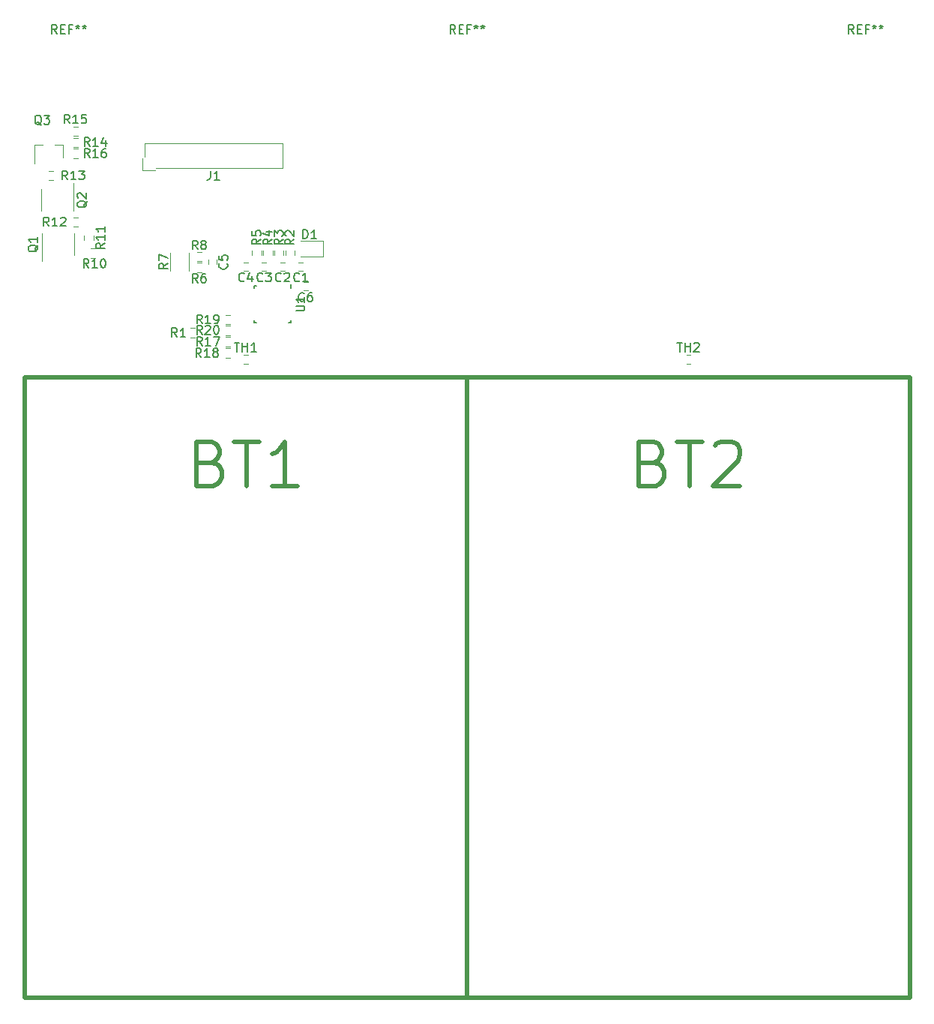
<source format=gto>
G04 #@! TF.GenerationSoftware,KiCad,Pcbnew,5.0-dev-unknown-bc6763e~61~ubuntu16.04.1*
G04 #@! TF.CreationDate,2018-04-03T01:47:12-04:00*
G04 #@! TF.ProjectId,SB-4S5A,53422D345335412E6B696361645F7063,rev?*
G04 #@! TF.SameCoordinates,Original*
G04 #@! TF.FileFunction,Legend,Top*
G04 #@! TF.FilePolarity,Positive*
%FSLAX46Y46*%
G04 Gerber Fmt 4.6, Leading zero omitted, Abs format (unit mm)*
G04 Created by KiCad (PCBNEW 5.0-dev-unknown-bc6763e~61~ubuntu16.04.1) date Tue Apr  3 01:47:12 2018*
%MOMM*%
%LPD*%
G01*
G04 APERTURE LIST*
%ADD10C,0.120000*%
%ADD11C,0.150000*%
%ADD12C,0.500000*%
G04 APERTURE END LIST*
D10*
X89250000Y-94470000D02*
X88750000Y-94470000D01*
X88750000Y-95530000D02*
X89250000Y-95530000D01*
D11*
X120000000Y-100000000D02*
X120000000Y-100000000D01*
D12*
X170000000Y-100000000D02*
X120000000Y-100000000D01*
X170000000Y-170000000D02*
X170000000Y-100000000D01*
X120000000Y-170000000D02*
X170000000Y-170000000D01*
X120000000Y-100000000D02*
X120000000Y-170000000D01*
D11*
X70000000Y-100000000D02*
X70000000Y-100000000D01*
D12*
X120000000Y-100000000D02*
X70000000Y-100000000D01*
X120000000Y-170000000D02*
X120000000Y-100000000D01*
X70000000Y-170000000D02*
X120000000Y-170000000D01*
X70000000Y-100000000D02*
X70000000Y-170000000D01*
D10*
X100975000Y-87970000D02*
X101475000Y-87970000D01*
X101475000Y-87030000D02*
X100975000Y-87030000D01*
X99400000Y-87030000D02*
X98900000Y-87030000D01*
X98900000Y-87970000D02*
X99400000Y-87970000D01*
X97325000Y-87030000D02*
X96825000Y-87030000D01*
X96825000Y-87970000D02*
X97325000Y-87970000D01*
X94750000Y-87970000D02*
X95250000Y-87970000D01*
X95250000Y-87030000D02*
X94750000Y-87030000D01*
X90755000Y-86750000D02*
X90755000Y-87250000D01*
X91695000Y-87250000D02*
X91695000Y-86750000D01*
X102000000Y-89280000D02*
X101500000Y-89280000D01*
X101500000Y-90220000D02*
X102000000Y-90220000D01*
X103750000Y-86350000D02*
X101200000Y-86350000D01*
X103750000Y-84650000D02*
X101200000Y-84650000D01*
X103750000Y-86350000D02*
X103750000Y-84650000D01*
X71980000Y-86900000D02*
X71980000Y-83770000D01*
X75580000Y-86230000D02*
X75580000Y-83770000D01*
X71920000Y-78790000D02*
X71920000Y-81250000D01*
X75520000Y-78120000D02*
X75520000Y-81250000D01*
X74330000Y-73740000D02*
X74330000Y-75200000D01*
X71170000Y-73740000D02*
X71170000Y-75900000D01*
X71170000Y-73740000D02*
X72100000Y-73740000D01*
X74330000Y-73740000D02*
X73400000Y-73740000D01*
X100530000Y-86250000D02*
X100530000Y-85750000D01*
X99470000Y-85750000D02*
X99470000Y-86250000D01*
X98220000Y-85750000D02*
X98220000Y-86250000D01*
X99280000Y-86250000D02*
X99280000Y-85750000D01*
X98030000Y-86250000D02*
X98030000Y-85750000D01*
X96970000Y-85750000D02*
X96970000Y-86250000D01*
X95720000Y-85750000D02*
X95720000Y-86250000D01*
X96780000Y-86250000D02*
X96780000Y-85750000D01*
X89975000Y-87095000D02*
X89475000Y-87095000D01*
X89475000Y-88155000D02*
X89975000Y-88155000D01*
X88570000Y-86000000D02*
X88570000Y-88000000D01*
X86430000Y-88000000D02*
X86430000Y-86000000D01*
X89475000Y-86905000D02*
X89975000Y-86905000D01*
X89975000Y-85845000D02*
X89475000Y-85845000D01*
X77500000Y-86530000D02*
X78000000Y-86530000D01*
X78000000Y-85470000D02*
X77500000Y-85470000D01*
X77780000Y-84500000D02*
X77780000Y-84000000D01*
X76720000Y-84000000D02*
X76720000Y-84500000D01*
X76000000Y-81970000D02*
X75500000Y-81970000D01*
X75500000Y-83030000D02*
X76000000Y-83030000D01*
X73250000Y-76720000D02*
X72750000Y-76720000D01*
X72750000Y-77780000D02*
X73250000Y-77780000D01*
X75500000Y-74030000D02*
X76000000Y-74030000D01*
X76000000Y-72970000D02*
X75500000Y-72970000D01*
X75500000Y-72780000D02*
X76000000Y-72780000D01*
X76000000Y-71720000D02*
X75500000Y-71720000D01*
X75500000Y-75280000D02*
X76000000Y-75280000D01*
X76000000Y-74220000D02*
X75500000Y-74220000D01*
X93250000Y-95470000D02*
X92750000Y-95470000D01*
X92750000Y-96530000D02*
X93250000Y-96530000D01*
X92750000Y-97780000D02*
X93250000Y-97780000D01*
X93250000Y-96720000D02*
X92750000Y-96720000D01*
X95250000Y-97470000D02*
X94750000Y-97470000D01*
X94750000Y-98530000D02*
X95250000Y-98530000D01*
X144750000Y-98530000D02*
X145250000Y-98530000D01*
X145250000Y-97470000D02*
X144750000Y-97470000D01*
D11*
X100050000Y-93550000D02*
X100050000Y-93800000D01*
X100050000Y-93800000D02*
X99800000Y-93800000D01*
X95950000Y-93550000D02*
X95950000Y-93800000D01*
X95950000Y-93800000D02*
X96200000Y-93800000D01*
X95950000Y-89950000D02*
X95950000Y-89700000D01*
X95950000Y-89700000D02*
X96200000Y-89700000D01*
X100050000Y-89950000D02*
X100050000Y-89550000D01*
D10*
X93250000Y-92970000D02*
X92750000Y-92970000D01*
X92750000Y-94030000D02*
X93250000Y-94030000D01*
X92750000Y-95280000D02*
X93250000Y-95280000D01*
X93250000Y-94220000D02*
X92750000Y-94220000D01*
X83330000Y-76670000D02*
X84730000Y-76670000D01*
X83330000Y-75270000D02*
X83330000Y-76670000D01*
X99120000Y-76420000D02*
X84830000Y-76420000D01*
X99120000Y-73580000D02*
X99120000Y-76420000D01*
X83580000Y-73580000D02*
X99120000Y-73580000D01*
X83580000Y-75170000D02*
X83580000Y-73580000D01*
D11*
X73666666Y-61252380D02*
X73333333Y-60776190D01*
X73095238Y-61252380D02*
X73095238Y-60252380D01*
X73476190Y-60252380D01*
X73571428Y-60300000D01*
X73619047Y-60347619D01*
X73666666Y-60442857D01*
X73666666Y-60585714D01*
X73619047Y-60680952D01*
X73571428Y-60728571D01*
X73476190Y-60776190D01*
X73095238Y-60776190D01*
X74095238Y-60728571D02*
X74428571Y-60728571D01*
X74571428Y-61252380D02*
X74095238Y-61252380D01*
X74095238Y-60252380D01*
X74571428Y-60252380D01*
X75333333Y-60728571D02*
X75000000Y-60728571D01*
X75000000Y-61252380D02*
X75000000Y-60252380D01*
X75476190Y-60252380D01*
X76000000Y-60252380D02*
X76000000Y-60490476D01*
X75761904Y-60395238D02*
X76000000Y-60490476D01*
X76238095Y-60395238D01*
X75857142Y-60680952D02*
X76000000Y-60490476D01*
X76142857Y-60680952D01*
X76761904Y-60252380D02*
X76761904Y-60490476D01*
X76523809Y-60395238D02*
X76761904Y-60490476D01*
X77000000Y-60395238D01*
X76619047Y-60680952D02*
X76761904Y-60490476D01*
X76904761Y-60680952D01*
X118666666Y-61252380D02*
X118333333Y-60776190D01*
X118095238Y-61252380D02*
X118095238Y-60252380D01*
X118476190Y-60252380D01*
X118571428Y-60300000D01*
X118619047Y-60347619D01*
X118666666Y-60442857D01*
X118666666Y-60585714D01*
X118619047Y-60680952D01*
X118571428Y-60728571D01*
X118476190Y-60776190D01*
X118095238Y-60776190D01*
X119095238Y-60728571D02*
X119428571Y-60728571D01*
X119571428Y-61252380D02*
X119095238Y-61252380D01*
X119095238Y-60252380D01*
X119571428Y-60252380D01*
X120333333Y-60728571D02*
X120000000Y-60728571D01*
X120000000Y-61252380D02*
X120000000Y-60252380D01*
X120476190Y-60252380D01*
X121000000Y-60252380D02*
X121000000Y-60490476D01*
X120761904Y-60395238D02*
X121000000Y-60490476D01*
X121238095Y-60395238D01*
X120857142Y-60680952D02*
X121000000Y-60490476D01*
X121142857Y-60680952D01*
X121761904Y-60252380D02*
X121761904Y-60490476D01*
X121523809Y-60395238D02*
X121761904Y-60490476D01*
X122000000Y-60395238D01*
X121619047Y-60680952D02*
X121761904Y-60490476D01*
X121904761Y-60680952D01*
X163666666Y-61252380D02*
X163333333Y-60776190D01*
X163095238Y-61252380D02*
X163095238Y-60252380D01*
X163476190Y-60252380D01*
X163571428Y-60300000D01*
X163619047Y-60347619D01*
X163666666Y-60442857D01*
X163666666Y-60585714D01*
X163619047Y-60680952D01*
X163571428Y-60728571D01*
X163476190Y-60776190D01*
X163095238Y-60776190D01*
X164095238Y-60728571D02*
X164428571Y-60728571D01*
X164571428Y-61252380D02*
X164095238Y-61252380D01*
X164095238Y-60252380D01*
X164571428Y-60252380D01*
X165333333Y-60728571D02*
X165000000Y-60728571D01*
X165000000Y-61252380D02*
X165000000Y-60252380D01*
X165476190Y-60252380D01*
X166000000Y-60252380D02*
X166000000Y-60490476D01*
X165761904Y-60395238D02*
X166000000Y-60490476D01*
X166238095Y-60395238D01*
X165857142Y-60680952D02*
X166000000Y-60490476D01*
X166142857Y-60680952D01*
X166761904Y-60252380D02*
X166761904Y-60490476D01*
X166523809Y-60395238D02*
X166761904Y-60490476D01*
X167000000Y-60395238D01*
X166619047Y-60680952D02*
X166761904Y-60490476D01*
X166904761Y-60680952D01*
X87233333Y-95452380D02*
X86900000Y-94976190D01*
X86661904Y-95452380D02*
X86661904Y-94452380D01*
X87042857Y-94452380D01*
X87138095Y-94500000D01*
X87185714Y-94547619D01*
X87233333Y-94642857D01*
X87233333Y-94785714D01*
X87185714Y-94880952D01*
X87138095Y-94928571D01*
X87042857Y-94976190D01*
X86661904Y-94976190D01*
X88185714Y-95452380D02*
X87614285Y-95452380D01*
X87900000Y-95452380D02*
X87900000Y-94452380D01*
X87804761Y-94595238D01*
X87709523Y-94690476D01*
X87614285Y-94738095D01*
D12*
X141071428Y-109642857D02*
X141785714Y-109880952D01*
X142023809Y-110119047D01*
X142261904Y-110595238D01*
X142261904Y-111309523D01*
X142023809Y-111785714D01*
X141785714Y-112023809D01*
X141309523Y-112261904D01*
X139404761Y-112261904D01*
X139404761Y-107261904D01*
X141071428Y-107261904D01*
X141547619Y-107500000D01*
X141785714Y-107738095D01*
X142023809Y-108214285D01*
X142023809Y-108690476D01*
X141785714Y-109166666D01*
X141547619Y-109404761D01*
X141071428Y-109642857D01*
X139404761Y-109642857D01*
X143690476Y-107261904D02*
X146547619Y-107261904D01*
X145119047Y-112261904D02*
X145119047Y-107261904D01*
X147976190Y-107738095D02*
X148214285Y-107500000D01*
X148690476Y-107261904D01*
X149880952Y-107261904D01*
X150357142Y-107500000D01*
X150595238Y-107738095D01*
X150833333Y-108214285D01*
X150833333Y-108690476D01*
X150595238Y-109404761D01*
X147738095Y-112261904D01*
X150833333Y-112261904D01*
X91071428Y-109642857D02*
X91785714Y-109880952D01*
X92023809Y-110119047D01*
X92261904Y-110595238D01*
X92261904Y-111309523D01*
X92023809Y-111785714D01*
X91785714Y-112023809D01*
X91309523Y-112261904D01*
X89404761Y-112261904D01*
X89404761Y-107261904D01*
X91071428Y-107261904D01*
X91547619Y-107500000D01*
X91785714Y-107738095D01*
X92023809Y-108214285D01*
X92023809Y-108690476D01*
X91785714Y-109166666D01*
X91547619Y-109404761D01*
X91071428Y-109642857D01*
X89404761Y-109642857D01*
X93690476Y-107261904D02*
X96547619Y-107261904D01*
X95119047Y-112261904D02*
X95119047Y-107261904D01*
X100833333Y-112261904D02*
X97976190Y-112261904D01*
X99404761Y-112261904D02*
X99404761Y-107261904D01*
X98928571Y-107976190D01*
X98452380Y-108452380D01*
X97976190Y-108690476D01*
D11*
X101058333Y-89127142D02*
X101010714Y-89174761D01*
X100867857Y-89222380D01*
X100772619Y-89222380D01*
X100629761Y-89174761D01*
X100534523Y-89079523D01*
X100486904Y-88984285D01*
X100439285Y-88793809D01*
X100439285Y-88650952D01*
X100486904Y-88460476D01*
X100534523Y-88365238D01*
X100629761Y-88270000D01*
X100772619Y-88222380D01*
X100867857Y-88222380D01*
X101010714Y-88270000D01*
X101058333Y-88317619D01*
X102010714Y-89222380D02*
X101439285Y-89222380D01*
X101725000Y-89222380D02*
X101725000Y-88222380D01*
X101629761Y-88365238D01*
X101534523Y-88460476D01*
X101439285Y-88508095D01*
X98983333Y-89127142D02*
X98935714Y-89174761D01*
X98792857Y-89222380D01*
X98697619Y-89222380D01*
X98554761Y-89174761D01*
X98459523Y-89079523D01*
X98411904Y-88984285D01*
X98364285Y-88793809D01*
X98364285Y-88650952D01*
X98411904Y-88460476D01*
X98459523Y-88365238D01*
X98554761Y-88270000D01*
X98697619Y-88222380D01*
X98792857Y-88222380D01*
X98935714Y-88270000D01*
X98983333Y-88317619D01*
X99364285Y-88317619D02*
X99411904Y-88270000D01*
X99507142Y-88222380D01*
X99745238Y-88222380D01*
X99840476Y-88270000D01*
X99888095Y-88317619D01*
X99935714Y-88412857D01*
X99935714Y-88508095D01*
X99888095Y-88650952D01*
X99316666Y-89222380D01*
X99935714Y-89222380D01*
X96908333Y-89127142D02*
X96860714Y-89174761D01*
X96717857Y-89222380D01*
X96622619Y-89222380D01*
X96479761Y-89174761D01*
X96384523Y-89079523D01*
X96336904Y-88984285D01*
X96289285Y-88793809D01*
X96289285Y-88650952D01*
X96336904Y-88460476D01*
X96384523Y-88365238D01*
X96479761Y-88270000D01*
X96622619Y-88222380D01*
X96717857Y-88222380D01*
X96860714Y-88270000D01*
X96908333Y-88317619D01*
X97241666Y-88222380D02*
X97860714Y-88222380D01*
X97527380Y-88603333D01*
X97670238Y-88603333D01*
X97765476Y-88650952D01*
X97813095Y-88698571D01*
X97860714Y-88793809D01*
X97860714Y-89031904D01*
X97813095Y-89127142D01*
X97765476Y-89174761D01*
X97670238Y-89222380D01*
X97384523Y-89222380D01*
X97289285Y-89174761D01*
X97241666Y-89127142D01*
X94833333Y-89127142D02*
X94785714Y-89174761D01*
X94642857Y-89222380D01*
X94547619Y-89222380D01*
X94404761Y-89174761D01*
X94309523Y-89079523D01*
X94261904Y-88984285D01*
X94214285Y-88793809D01*
X94214285Y-88650952D01*
X94261904Y-88460476D01*
X94309523Y-88365238D01*
X94404761Y-88270000D01*
X94547619Y-88222380D01*
X94642857Y-88222380D01*
X94785714Y-88270000D01*
X94833333Y-88317619D01*
X95690476Y-88555714D02*
X95690476Y-89222380D01*
X95452380Y-88174761D02*
X95214285Y-88889047D01*
X95833333Y-88889047D01*
X92852142Y-87166666D02*
X92899761Y-87214285D01*
X92947380Y-87357142D01*
X92947380Y-87452380D01*
X92899761Y-87595238D01*
X92804523Y-87690476D01*
X92709285Y-87738095D01*
X92518809Y-87785714D01*
X92375952Y-87785714D01*
X92185476Y-87738095D01*
X92090238Y-87690476D01*
X91995000Y-87595238D01*
X91947380Y-87452380D01*
X91947380Y-87357142D01*
X91995000Y-87214285D01*
X92042619Y-87166666D01*
X91947380Y-86261904D02*
X91947380Y-86738095D01*
X92423571Y-86785714D01*
X92375952Y-86738095D01*
X92328333Y-86642857D01*
X92328333Y-86404761D01*
X92375952Y-86309523D01*
X92423571Y-86261904D01*
X92518809Y-86214285D01*
X92756904Y-86214285D01*
X92852142Y-86261904D01*
X92899761Y-86309523D01*
X92947380Y-86404761D01*
X92947380Y-86642857D01*
X92899761Y-86738095D01*
X92852142Y-86785714D01*
X101583333Y-91357142D02*
X101535714Y-91404761D01*
X101392857Y-91452380D01*
X101297619Y-91452380D01*
X101154761Y-91404761D01*
X101059523Y-91309523D01*
X101011904Y-91214285D01*
X100964285Y-91023809D01*
X100964285Y-90880952D01*
X101011904Y-90690476D01*
X101059523Y-90595238D01*
X101154761Y-90500000D01*
X101297619Y-90452380D01*
X101392857Y-90452380D01*
X101535714Y-90500000D01*
X101583333Y-90547619D01*
X102440476Y-90452380D02*
X102250000Y-90452380D01*
X102154761Y-90500000D01*
X102107142Y-90547619D01*
X102011904Y-90690476D01*
X101964285Y-90880952D01*
X101964285Y-91261904D01*
X102011904Y-91357142D01*
X102059523Y-91404761D01*
X102154761Y-91452380D01*
X102345238Y-91452380D01*
X102440476Y-91404761D01*
X102488095Y-91357142D01*
X102535714Y-91261904D01*
X102535714Y-91023809D01*
X102488095Y-90928571D01*
X102440476Y-90880952D01*
X102345238Y-90833333D01*
X102154761Y-90833333D01*
X102059523Y-90880952D01*
X102011904Y-90928571D01*
X101964285Y-91023809D01*
X101461904Y-84352380D02*
X101461904Y-83352380D01*
X101700000Y-83352380D01*
X101842857Y-83400000D01*
X101938095Y-83495238D01*
X101985714Y-83590476D01*
X102033333Y-83780952D01*
X102033333Y-83923809D01*
X101985714Y-84114285D01*
X101938095Y-84209523D01*
X101842857Y-84304761D01*
X101700000Y-84352380D01*
X101461904Y-84352380D01*
X102985714Y-84352380D02*
X102414285Y-84352380D01*
X102700000Y-84352380D02*
X102700000Y-83352380D01*
X102604761Y-83495238D01*
X102509523Y-83590476D01*
X102414285Y-83638095D01*
X71527619Y-85095238D02*
X71480000Y-85190476D01*
X71384761Y-85285714D01*
X71241904Y-85428571D01*
X71194285Y-85523809D01*
X71194285Y-85619047D01*
X71432380Y-85571428D02*
X71384761Y-85666666D01*
X71289523Y-85761904D01*
X71099047Y-85809523D01*
X70765714Y-85809523D01*
X70575238Y-85761904D01*
X70480000Y-85666666D01*
X70432380Y-85571428D01*
X70432380Y-85380952D01*
X70480000Y-85285714D01*
X70575238Y-85190476D01*
X70765714Y-85142857D01*
X71099047Y-85142857D01*
X71289523Y-85190476D01*
X71384761Y-85285714D01*
X71432380Y-85380952D01*
X71432380Y-85571428D01*
X71432380Y-84190476D02*
X71432380Y-84761904D01*
X71432380Y-84476190D02*
X70432380Y-84476190D01*
X70575238Y-84571428D01*
X70670476Y-84666666D01*
X70718095Y-84761904D01*
X77067619Y-80115238D02*
X77020000Y-80210476D01*
X76924761Y-80305714D01*
X76781904Y-80448571D01*
X76734285Y-80543809D01*
X76734285Y-80639047D01*
X76972380Y-80591428D02*
X76924761Y-80686666D01*
X76829523Y-80781904D01*
X76639047Y-80829523D01*
X76305714Y-80829523D01*
X76115238Y-80781904D01*
X76020000Y-80686666D01*
X75972380Y-80591428D01*
X75972380Y-80400952D01*
X76020000Y-80305714D01*
X76115238Y-80210476D01*
X76305714Y-80162857D01*
X76639047Y-80162857D01*
X76829523Y-80210476D01*
X76924761Y-80305714D01*
X76972380Y-80400952D01*
X76972380Y-80591428D01*
X76067619Y-79781904D02*
X76020000Y-79734285D01*
X75972380Y-79639047D01*
X75972380Y-79400952D01*
X76020000Y-79305714D01*
X76067619Y-79258095D01*
X76162857Y-79210476D01*
X76258095Y-79210476D01*
X76400952Y-79258095D01*
X76972380Y-79829523D01*
X76972380Y-79210476D01*
X71904761Y-71547619D02*
X71809523Y-71500000D01*
X71714285Y-71404761D01*
X71571428Y-71261904D01*
X71476190Y-71214285D01*
X71380952Y-71214285D01*
X71428571Y-71452380D02*
X71333333Y-71404761D01*
X71238095Y-71309523D01*
X71190476Y-71119047D01*
X71190476Y-70785714D01*
X71238095Y-70595238D01*
X71333333Y-70500000D01*
X71428571Y-70452380D01*
X71619047Y-70452380D01*
X71714285Y-70500000D01*
X71809523Y-70595238D01*
X71857142Y-70785714D01*
X71857142Y-71119047D01*
X71809523Y-71309523D01*
X71714285Y-71404761D01*
X71619047Y-71452380D01*
X71428571Y-71452380D01*
X72190476Y-70452380D02*
X72809523Y-70452380D01*
X72476190Y-70833333D01*
X72619047Y-70833333D01*
X72714285Y-70880952D01*
X72761904Y-70928571D01*
X72809523Y-71023809D01*
X72809523Y-71261904D01*
X72761904Y-71357142D01*
X72714285Y-71404761D01*
X72619047Y-71452380D01*
X72333333Y-71452380D01*
X72238095Y-71404761D01*
X72190476Y-71357142D01*
X100452380Y-84416666D02*
X99976190Y-84750000D01*
X100452380Y-84988095D02*
X99452380Y-84988095D01*
X99452380Y-84607142D01*
X99500000Y-84511904D01*
X99547619Y-84464285D01*
X99642857Y-84416666D01*
X99785714Y-84416666D01*
X99880952Y-84464285D01*
X99928571Y-84511904D01*
X99976190Y-84607142D01*
X99976190Y-84988095D01*
X99547619Y-84035714D02*
X99500000Y-83988095D01*
X99452380Y-83892857D01*
X99452380Y-83654761D01*
X99500000Y-83559523D01*
X99547619Y-83511904D01*
X99642857Y-83464285D01*
X99738095Y-83464285D01*
X99880952Y-83511904D01*
X100452380Y-84083333D01*
X100452380Y-83464285D01*
X99202380Y-84416666D02*
X98726190Y-84750000D01*
X99202380Y-84988095D02*
X98202380Y-84988095D01*
X98202380Y-84607142D01*
X98250000Y-84511904D01*
X98297619Y-84464285D01*
X98392857Y-84416666D01*
X98535714Y-84416666D01*
X98630952Y-84464285D01*
X98678571Y-84511904D01*
X98726190Y-84607142D01*
X98726190Y-84988095D01*
X98202380Y-84083333D02*
X98202380Y-83464285D01*
X98583333Y-83797619D01*
X98583333Y-83654761D01*
X98630952Y-83559523D01*
X98678571Y-83511904D01*
X98773809Y-83464285D01*
X99011904Y-83464285D01*
X99107142Y-83511904D01*
X99154761Y-83559523D01*
X99202380Y-83654761D01*
X99202380Y-83940476D01*
X99154761Y-84035714D01*
X99107142Y-84083333D01*
X97952380Y-84416666D02*
X97476190Y-84750000D01*
X97952380Y-84988095D02*
X96952380Y-84988095D01*
X96952380Y-84607142D01*
X97000000Y-84511904D01*
X97047619Y-84464285D01*
X97142857Y-84416666D01*
X97285714Y-84416666D01*
X97380952Y-84464285D01*
X97428571Y-84511904D01*
X97476190Y-84607142D01*
X97476190Y-84988095D01*
X97285714Y-83559523D02*
X97952380Y-83559523D01*
X96904761Y-83797619D02*
X97619047Y-84035714D01*
X97619047Y-83416666D01*
X96702380Y-84416666D02*
X96226190Y-84750000D01*
X96702380Y-84988095D02*
X95702380Y-84988095D01*
X95702380Y-84607142D01*
X95750000Y-84511904D01*
X95797619Y-84464285D01*
X95892857Y-84416666D01*
X96035714Y-84416666D01*
X96130952Y-84464285D01*
X96178571Y-84511904D01*
X96226190Y-84607142D01*
X96226190Y-84988095D01*
X95702380Y-83511904D02*
X95702380Y-83988095D01*
X96178571Y-84035714D01*
X96130952Y-83988095D01*
X96083333Y-83892857D01*
X96083333Y-83654761D01*
X96130952Y-83559523D01*
X96178571Y-83511904D01*
X96273809Y-83464285D01*
X96511904Y-83464285D01*
X96607142Y-83511904D01*
X96654761Y-83559523D01*
X96702380Y-83654761D01*
X96702380Y-83892857D01*
X96654761Y-83988095D01*
X96607142Y-84035714D01*
X89558333Y-89327380D02*
X89225000Y-88851190D01*
X88986904Y-89327380D02*
X88986904Y-88327380D01*
X89367857Y-88327380D01*
X89463095Y-88375000D01*
X89510714Y-88422619D01*
X89558333Y-88517857D01*
X89558333Y-88660714D01*
X89510714Y-88755952D01*
X89463095Y-88803571D01*
X89367857Y-88851190D01*
X88986904Y-88851190D01*
X90415476Y-88327380D02*
X90225000Y-88327380D01*
X90129761Y-88375000D01*
X90082142Y-88422619D01*
X89986904Y-88565476D01*
X89939285Y-88755952D01*
X89939285Y-89136904D01*
X89986904Y-89232142D01*
X90034523Y-89279761D01*
X90129761Y-89327380D01*
X90320238Y-89327380D01*
X90415476Y-89279761D01*
X90463095Y-89232142D01*
X90510714Y-89136904D01*
X90510714Y-88898809D01*
X90463095Y-88803571D01*
X90415476Y-88755952D01*
X90320238Y-88708333D01*
X90129761Y-88708333D01*
X90034523Y-88755952D01*
X89986904Y-88803571D01*
X89939285Y-88898809D01*
X86202380Y-87166666D02*
X85726190Y-87500000D01*
X86202380Y-87738095D02*
X85202380Y-87738095D01*
X85202380Y-87357142D01*
X85250000Y-87261904D01*
X85297619Y-87214285D01*
X85392857Y-87166666D01*
X85535714Y-87166666D01*
X85630952Y-87214285D01*
X85678571Y-87261904D01*
X85726190Y-87357142D01*
X85726190Y-87738095D01*
X85202380Y-86833333D02*
X85202380Y-86166666D01*
X86202380Y-86595238D01*
X89558333Y-85577380D02*
X89225000Y-85101190D01*
X88986904Y-85577380D02*
X88986904Y-84577380D01*
X89367857Y-84577380D01*
X89463095Y-84625000D01*
X89510714Y-84672619D01*
X89558333Y-84767857D01*
X89558333Y-84910714D01*
X89510714Y-85005952D01*
X89463095Y-85053571D01*
X89367857Y-85101190D01*
X88986904Y-85101190D01*
X90129761Y-85005952D02*
X90034523Y-84958333D01*
X89986904Y-84910714D01*
X89939285Y-84815476D01*
X89939285Y-84767857D01*
X89986904Y-84672619D01*
X90034523Y-84625000D01*
X90129761Y-84577380D01*
X90320238Y-84577380D01*
X90415476Y-84625000D01*
X90463095Y-84672619D01*
X90510714Y-84767857D01*
X90510714Y-84815476D01*
X90463095Y-84910714D01*
X90415476Y-84958333D01*
X90320238Y-85005952D01*
X90129761Y-85005952D01*
X90034523Y-85053571D01*
X89986904Y-85101190D01*
X89939285Y-85196428D01*
X89939285Y-85386904D01*
X89986904Y-85482142D01*
X90034523Y-85529761D01*
X90129761Y-85577380D01*
X90320238Y-85577380D01*
X90415476Y-85529761D01*
X90463095Y-85482142D01*
X90510714Y-85386904D01*
X90510714Y-85196428D01*
X90463095Y-85101190D01*
X90415476Y-85053571D01*
X90320238Y-85005952D01*
X77257142Y-87652380D02*
X76923809Y-87176190D01*
X76685714Y-87652380D02*
X76685714Y-86652380D01*
X77066666Y-86652380D01*
X77161904Y-86700000D01*
X77209523Y-86747619D01*
X77257142Y-86842857D01*
X77257142Y-86985714D01*
X77209523Y-87080952D01*
X77161904Y-87128571D01*
X77066666Y-87176190D01*
X76685714Y-87176190D01*
X78209523Y-87652380D02*
X77638095Y-87652380D01*
X77923809Y-87652380D02*
X77923809Y-86652380D01*
X77828571Y-86795238D01*
X77733333Y-86890476D01*
X77638095Y-86938095D01*
X78828571Y-86652380D02*
X78923809Y-86652380D01*
X79019047Y-86700000D01*
X79066666Y-86747619D01*
X79114285Y-86842857D01*
X79161904Y-87033333D01*
X79161904Y-87271428D01*
X79114285Y-87461904D01*
X79066666Y-87557142D01*
X79019047Y-87604761D01*
X78923809Y-87652380D01*
X78828571Y-87652380D01*
X78733333Y-87604761D01*
X78685714Y-87557142D01*
X78638095Y-87461904D01*
X78590476Y-87271428D01*
X78590476Y-87033333D01*
X78638095Y-86842857D01*
X78685714Y-86747619D01*
X78733333Y-86700000D01*
X78828571Y-86652380D01*
X79052380Y-84892857D02*
X78576190Y-85226190D01*
X79052380Y-85464285D02*
X78052380Y-85464285D01*
X78052380Y-85083333D01*
X78100000Y-84988095D01*
X78147619Y-84940476D01*
X78242857Y-84892857D01*
X78385714Y-84892857D01*
X78480952Y-84940476D01*
X78528571Y-84988095D01*
X78576190Y-85083333D01*
X78576190Y-85464285D01*
X79052380Y-83940476D02*
X79052380Y-84511904D01*
X79052380Y-84226190D02*
X78052380Y-84226190D01*
X78195238Y-84321428D01*
X78290476Y-84416666D01*
X78338095Y-84511904D01*
X79052380Y-82988095D02*
X79052380Y-83559523D01*
X79052380Y-83273809D02*
X78052380Y-83273809D01*
X78195238Y-83369047D01*
X78290476Y-83464285D01*
X78338095Y-83559523D01*
X72757142Y-82952380D02*
X72423809Y-82476190D01*
X72185714Y-82952380D02*
X72185714Y-81952380D01*
X72566666Y-81952380D01*
X72661904Y-82000000D01*
X72709523Y-82047619D01*
X72757142Y-82142857D01*
X72757142Y-82285714D01*
X72709523Y-82380952D01*
X72661904Y-82428571D01*
X72566666Y-82476190D01*
X72185714Y-82476190D01*
X73709523Y-82952380D02*
X73138095Y-82952380D01*
X73423809Y-82952380D02*
X73423809Y-81952380D01*
X73328571Y-82095238D01*
X73233333Y-82190476D01*
X73138095Y-82238095D01*
X74090476Y-82047619D02*
X74138095Y-82000000D01*
X74233333Y-81952380D01*
X74471428Y-81952380D01*
X74566666Y-82000000D01*
X74614285Y-82047619D01*
X74661904Y-82142857D01*
X74661904Y-82238095D01*
X74614285Y-82380952D01*
X74042857Y-82952380D01*
X74661904Y-82952380D01*
X74857142Y-77702380D02*
X74523809Y-77226190D01*
X74285714Y-77702380D02*
X74285714Y-76702380D01*
X74666666Y-76702380D01*
X74761904Y-76750000D01*
X74809523Y-76797619D01*
X74857142Y-76892857D01*
X74857142Y-77035714D01*
X74809523Y-77130952D01*
X74761904Y-77178571D01*
X74666666Y-77226190D01*
X74285714Y-77226190D01*
X75809523Y-77702380D02*
X75238095Y-77702380D01*
X75523809Y-77702380D02*
X75523809Y-76702380D01*
X75428571Y-76845238D01*
X75333333Y-76940476D01*
X75238095Y-76988095D01*
X76142857Y-76702380D02*
X76761904Y-76702380D01*
X76428571Y-77083333D01*
X76571428Y-77083333D01*
X76666666Y-77130952D01*
X76714285Y-77178571D01*
X76761904Y-77273809D01*
X76761904Y-77511904D01*
X76714285Y-77607142D01*
X76666666Y-77654761D01*
X76571428Y-77702380D01*
X76285714Y-77702380D01*
X76190476Y-77654761D01*
X76142857Y-77607142D01*
X77357142Y-73952380D02*
X77023809Y-73476190D01*
X76785714Y-73952380D02*
X76785714Y-72952380D01*
X77166666Y-72952380D01*
X77261904Y-73000000D01*
X77309523Y-73047619D01*
X77357142Y-73142857D01*
X77357142Y-73285714D01*
X77309523Y-73380952D01*
X77261904Y-73428571D01*
X77166666Y-73476190D01*
X76785714Y-73476190D01*
X78309523Y-73952380D02*
X77738095Y-73952380D01*
X78023809Y-73952380D02*
X78023809Y-72952380D01*
X77928571Y-73095238D01*
X77833333Y-73190476D01*
X77738095Y-73238095D01*
X79166666Y-73285714D02*
X79166666Y-73952380D01*
X78928571Y-72904761D02*
X78690476Y-73619047D01*
X79309523Y-73619047D01*
X75107142Y-71352380D02*
X74773809Y-70876190D01*
X74535714Y-71352380D02*
X74535714Y-70352380D01*
X74916666Y-70352380D01*
X75011904Y-70400000D01*
X75059523Y-70447619D01*
X75107142Y-70542857D01*
X75107142Y-70685714D01*
X75059523Y-70780952D01*
X75011904Y-70828571D01*
X74916666Y-70876190D01*
X74535714Y-70876190D01*
X76059523Y-71352380D02*
X75488095Y-71352380D01*
X75773809Y-71352380D02*
X75773809Y-70352380D01*
X75678571Y-70495238D01*
X75583333Y-70590476D01*
X75488095Y-70638095D01*
X76964285Y-70352380D02*
X76488095Y-70352380D01*
X76440476Y-70828571D01*
X76488095Y-70780952D01*
X76583333Y-70733333D01*
X76821428Y-70733333D01*
X76916666Y-70780952D01*
X76964285Y-70828571D01*
X77011904Y-70923809D01*
X77011904Y-71161904D01*
X76964285Y-71257142D01*
X76916666Y-71304761D01*
X76821428Y-71352380D01*
X76583333Y-71352380D01*
X76488095Y-71304761D01*
X76440476Y-71257142D01*
X77357142Y-75202380D02*
X77023809Y-74726190D01*
X76785714Y-75202380D02*
X76785714Y-74202380D01*
X77166666Y-74202380D01*
X77261904Y-74250000D01*
X77309523Y-74297619D01*
X77357142Y-74392857D01*
X77357142Y-74535714D01*
X77309523Y-74630952D01*
X77261904Y-74678571D01*
X77166666Y-74726190D01*
X76785714Y-74726190D01*
X78309523Y-75202380D02*
X77738095Y-75202380D01*
X78023809Y-75202380D02*
X78023809Y-74202380D01*
X77928571Y-74345238D01*
X77833333Y-74440476D01*
X77738095Y-74488095D01*
X79166666Y-74202380D02*
X78976190Y-74202380D01*
X78880952Y-74250000D01*
X78833333Y-74297619D01*
X78738095Y-74440476D01*
X78690476Y-74630952D01*
X78690476Y-75011904D01*
X78738095Y-75107142D01*
X78785714Y-75154761D01*
X78880952Y-75202380D01*
X79071428Y-75202380D01*
X79166666Y-75154761D01*
X79214285Y-75107142D01*
X79261904Y-75011904D01*
X79261904Y-74773809D01*
X79214285Y-74678571D01*
X79166666Y-74630952D01*
X79071428Y-74583333D01*
X78880952Y-74583333D01*
X78785714Y-74630952D01*
X78738095Y-74678571D01*
X78690476Y-74773809D01*
X90057142Y-96452380D02*
X89723809Y-95976190D01*
X89485714Y-96452380D02*
X89485714Y-95452380D01*
X89866666Y-95452380D01*
X89961904Y-95500000D01*
X90009523Y-95547619D01*
X90057142Y-95642857D01*
X90057142Y-95785714D01*
X90009523Y-95880952D01*
X89961904Y-95928571D01*
X89866666Y-95976190D01*
X89485714Y-95976190D01*
X91009523Y-96452380D02*
X90438095Y-96452380D01*
X90723809Y-96452380D02*
X90723809Y-95452380D01*
X90628571Y-95595238D01*
X90533333Y-95690476D01*
X90438095Y-95738095D01*
X91342857Y-95452380D02*
X92009523Y-95452380D01*
X91580952Y-96452380D01*
X89957142Y-97752380D02*
X89623809Y-97276190D01*
X89385714Y-97752380D02*
X89385714Y-96752380D01*
X89766666Y-96752380D01*
X89861904Y-96800000D01*
X89909523Y-96847619D01*
X89957142Y-96942857D01*
X89957142Y-97085714D01*
X89909523Y-97180952D01*
X89861904Y-97228571D01*
X89766666Y-97276190D01*
X89385714Y-97276190D01*
X90909523Y-97752380D02*
X90338095Y-97752380D01*
X90623809Y-97752380D02*
X90623809Y-96752380D01*
X90528571Y-96895238D01*
X90433333Y-96990476D01*
X90338095Y-97038095D01*
X91480952Y-97180952D02*
X91385714Y-97133333D01*
X91338095Y-97085714D01*
X91290476Y-96990476D01*
X91290476Y-96942857D01*
X91338095Y-96847619D01*
X91385714Y-96800000D01*
X91480952Y-96752380D01*
X91671428Y-96752380D01*
X91766666Y-96800000D01*
X91814285Y-96847619D01*
X91861904Y-96942857D01*
X91861904Y-96990476D01*
X91814285Y-97085714D01*
X91766666Y-97133333D01*
X91671428Y-97180952D01*
X91480952Y-97180952D01*
X91385714Y-97228571D01*
X91338095Y-97276190D01*
X91290476Y-97371428D01*
X91290476Y-97561904D01*
X91338095Y-97657142D01*
X91385714Y-97704761D01*
X91480952Y-97752380D01*
X91671428Y-97752380D01*
X91766666Y-97704761D01*
X91814285Y-97657142D01*
X91861904Y-97561904D01*
X91861904Y-97371428D01*
X91814285Y-97276190D01*
X91766666Y-97228571D01*
X91671428Y-97180952D01*
X93714285Y-96102380D02*
X94285714Y-96102380D01*
X94000000Y-97102380D02*
X94000000Y-96102380D01*
X94619047Y-97102380D02*
X94619047Y-96102380D01*
X94619047Y-96578571D02*
X95190476Y-96578571D01*
X95190476Y-97102380D02*
X95190476Y-96102380D01*
X96190476Y-97102380D02*
X95619047Y-97102380D01*
X95904761Y-97102380D02*
X95904761Y-96102380D01*
X95809523Y-96245238D01*
X95714285Y-96340476D01*
X95619047Y-96388095D01*
X143714285Y-96102380D02*
X144285714Y-96102380D01*
X144000000Y-97102380D02*
X144000000Y-96102380D01*
X144619047Y-97102380D02*
X144619047Y-96102380D01*
X144619047Y-96578571D02*
X145190476Y-96578571D01*
X145190476Y-97102380D02*
X145190476Y-96102380D01*
X145619047Y-96197619D02*
X145666666Y-96150000D01*
X145761904Y-96102380D01*
X146000000Y-96102380D01*
X146095238Y-96150000D01*
X146142857Y-96197619D01*
X146190476Y-96292857D01*
X146190476Y-96388095D01*
X146142857Y-96530952D01*
X145571428Y-97102380D01*
X146190476Y-97102380D01*
X100652380Y-92511904D02*
X101461904Y-92511904D01*
X101557142Y-92464285D01*
X101604761Y-92416666D01*
X101652380Y-92321428D01*
X101652380Y-92130952D01*
X101604761Y-92035714D01*
X101557142Y-91988095D01*
X101461904Y-91940476D01*
X100652380Y-91940476D01*
X101652380Y-90940476D02*
X101652380Y-91511904D01*
X101652380Y-91226190D02*
X100652380Y-91226190D01*
X100795238Y-91321428D01*
X100890476Y-91416666D01*
X100938095Y-91511904D01*
X90057142Y-93952380D02*
X89723809Y-93476190D01*
X89485714Y-93952380D02*
X89485714Y-92952380D01*
X89866666Y-92952380D01*
X89961904Y-93000000D01*
X90009523Y-93047619D01*
X90057142Y-93142857D01*
X90057142Y-93285714D01*
X90009523Y-93380952D01*
X89961904Y-93428571D01*
X89866666Y-93476190D01*
X89485714Y-93476190D01*
X91009523Y-93952380D02*
X90438095Y-93952380D01*
X90723809Y-93952380D02*
X90723809Y-92952380D01*
X90628571Y-93095238D01*
X90533333Y-93190476D01*
X90438095Y-93238095D01*
X91485714Y-93952380D02*
X91676190Y-93952380D01*
X91771428Y-93904761D01*
X91819047Y-93857142D01*
X91914285Y-93714285D01*
X91961904Y-93523809D01*
X91961904Y-93142857D01*
X91914285Y-93047619D01*
X91866666Y-93000000D01*
X91771428Y-92952380D01*
X91580952Y-92952380D01*
X91485714Y-93000000D01*
X91438095Y-93047619D01*
X91390476Y-93142857D01*
X91390476Y-93380952D01*
X91438095Y-93476190D01*
X91485714Y-93523809D01*
X91580952Y-93571428D01*
X91771428Y-93571428D01*
X91866666Y-93523809D01*
X91914285Y-93476190D01*
X91961904Y-93380952D01*
X90057142Y-95152380D02*
X89723809Y-94676190D01*
X89485714Y-95152380D02*
X89485714Y-94152380D01*
X89866666Y-94152380D01*
X89961904Y-94200000D01*
X90009523Y-94247619D01*
X90057142Y-94342857D01*
X90057142Y-94485714D01*
X90009523Y-94580952D01*
X89961904Y-94628571D01*
X89866666Y-94676190D01*
X89485714Y-94676190D01*
X90438095Y-94247619D02*
X90485714Y-94200000D01*
X90580952Y-94152380D01*
X90819047Y-94152380D01*
X90914285Y-94200000D01*
X90961904Y-94247619D01*
X91009523Y-94342857D01*
X91009523Y-94438095D01*
X90961904Y-94580952D01*
X90390476Y-95152380D01*
X91009523Y-95152380D01*
X91628571Y-94152380D02*
X91723809Y-94152380D01*
X91819047Y-94200000D01*
X91866666Y-94247619D01*
X91914285Y-94342857D01*
X91961904Y-94533333D01*
X91961904Y-94771428D01*
X91914285Y-94961904D01*
X91866666Y-95057142D01*
X91819047Y-95104761D01*
X91723809Y-95152380D01*
X91628571Y-95152380D01*
X91533333Y-95104761D01*
X91485714Y-95057142D01*
X91438095Y-94961904D01*
X91390476Y-94771428D01*
X91390476Y-94533333D01*
X91438095Y-94342857D01*
X91485714Y-94247619D01*
X91533333Y-94200000D01*
X91628571Y-94152380D01*
X91016666Y-76722380D02*
X91016666Y-77436666D01*
X90969047Y-77579523D01*
X90873809Y-77674761D01*
X90730952Y-77722380D01*
X90635714Y-77722380D01*
X92016666Y-77722380D02*
X91445238Y-77722380D01*
X91730952Y-77722380D02*
X91730952Y-76722380D01*
X91635714Y-76865238D01*
X91540476Y-76960476D01*
X91445238Y-77008095D01*
M02*

</source>
